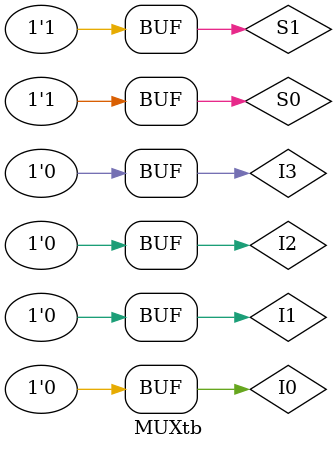
<source format=v>
`timescale 1ns / 1ps
 
module MUXtb;
 
//Inputs
    reg S0;
    reg S1;
    reg I0;
    reg I1;
    reg I2;
    reg I3;
    
//Outputs, defined as wires
wire D;
 
MUX uut(
    .S0(S0),
    .S1(S1),
    .I0(I0),
    .I1(I1),
    .I2(I2),
    .I3(I3),
    .D(D)
);
 
initial begin
    S0 = 0;
    S1 = 0;
    I0 = 0;
    I1 = 0;
    I2 = 0;
    I3 = 0;
    #50
    
    S0 = 0;
    S1 = 0;
    I0 = 1;
    I1 = 0;
    I2 = 0;
    I3 = 0;
    $display("TC01");
    if(D != I0) $display("Result is wrong");
    #50
    
    S0 = 1;
    S1 = 0;
    I0 = 0;
    I1 = 1;
    I2 = 0;
    I3 = 0;
    $display("TC02");
    if(D != I1) $display("Result is wrong");
    #50
    
    S0 = 0;
    S1 = 1;
    I0 = 0;
    I1 = 0;
    I2 = 1;
    I3 = 0;
    $display("TC03");
    if(D != I2) $display("Result is wrong");
    #50
    
    S0 = 1;
    S1 = 1;
    I0 = 0;
    I1 = 0;
    I2 = 0;
    I3 = 1;
    $display("TC04");
    if(D != I3) $display("Result is wrong");
    #50
    
    S0 = 0;
    S1 = 0;
    I0 = 0;
    I1 = 0;
    I2 = 0;
    I3 = 0;
    $display("TC05");
    if(D != I0) $display("Result is wrong");
    #50
    
    S0 = 1;
    S1 = 0;
    I0 = 0;
    I1 = 0;
    I2 = 0;
    I3 = 0;
    $display("TC06");
    if(D != I1) $display("Result is wrong");
    #50
    
    S0 = 0;
    S1 = 1;
    I0 = 0;
    I1 = 0;
    I2 = 0;
    I3 = 0;
    $display("TC07");
    if(D != I2) $display("Result is wrong");
    #50
    
    S0 = 1;
    S1 = 1;
    I0 = 0;
    I1 = 0;
    I2 = 0;
    I3 = 0;
    $display("TC08");
    if(D != I3) $display("Result is wrong");
    
end
endmodule
</source>
